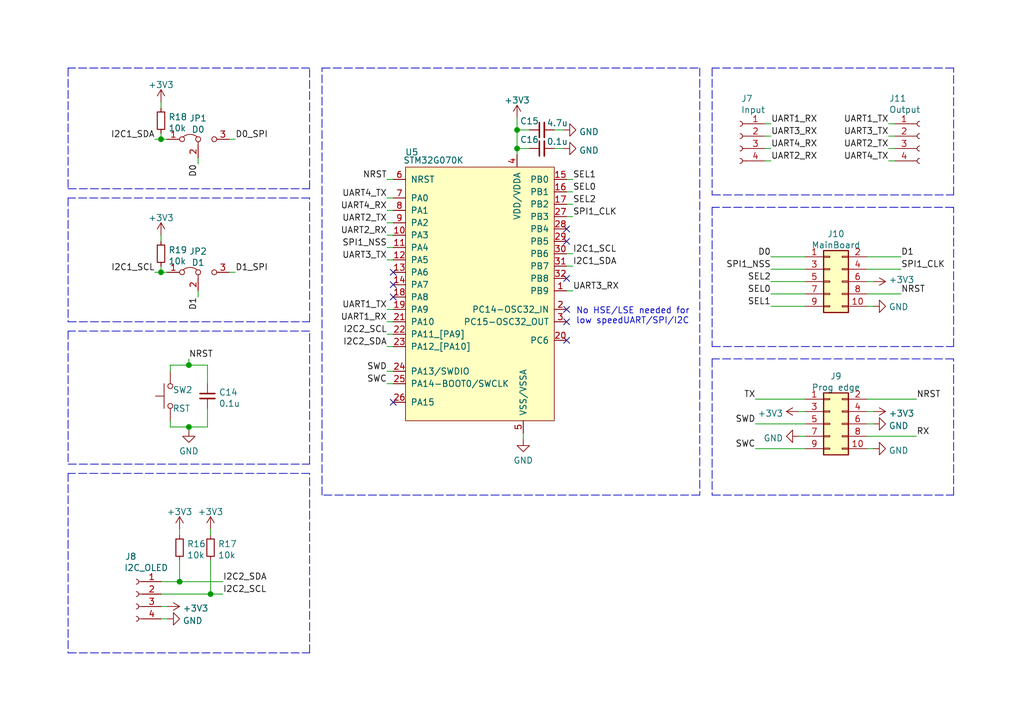
<source format=kicad_sch>
(kicad_sch (version 20210406) (generator eeschema)
  (paper "A5")
  (lib_symbols
    (symbol "Connector:Conn_01x04_Female" (pin_names (offset 1.016) hide)
      (property "Reference" "J" (at 0 5.08 0))
      (property "Value" "Conn_01x04_Female" (at 0 -7.62 0))
      (symbol "Conn_01x04_Female_1_1"
        (arc (start 0 -4.572) (end 0 -5.588) (radius (at 0 -5.08) (length 0.508) (angles 90.1 -90.1)) (stroke (width 0.1524)))
        (arc (start 0 -2.032) (end 0 -3.048) (radius (at 0 -2.54) (length 0.508) (angles 90.1 -90.1)) (stroke (width 0.1524)))
        (arc (start 0 0.508) (end 0 -0.508) (radius (at 0 0) (length 0.508) (angles 90.1 -90.1)) (stroke (width 0.1524)))
        (arc (start 0 3.048) (end 0 2.032) (radius (at 0 2.54) (length 0.508) (angles 90.1 -90.1)) (stroke (width 0.1524)))
        (polyline (pts (xy -1.27 -5.08) (xy -0.508 -5.08)) (stroke (width 0.1524)))
        (polyline (pts (xy -1.27 -2.54) (xy -0.508 -2.54)) (stroke (width 0.1524)))
        (polyline (pts (xy -1.27 0) (xy -0.508 0)) (stroke (width 0.1524)))
        (polyline (pts (xy -1.27 2.54) (xy -0.508 2.54)) (stroke (width 0.1524)))
        (pin passive line (at -5.08 2.54 0) (length 3.81) (name "Pin_1") (number "1"))
        (pin passive line (at -5.08 0 0) (length 3.81) (name "Pin_2") (number "2"))
        (pin passive line (at -5.08 -2.54 0) (length 3.81) (name "Pin_3") (number "3"))
        (pin passive line (at -5.08 -5.08 0) (length 3.81) (name "Pin_4") (number "4"))
      )
    )
    (symbol "Connector_Generic:Conn_02x05_Odd_Even" (pin_names (offset 1.016) hide)
      (property "Reference" "J" (at 1.27 7.62 0))
      (property "Value" "Conn_02x05_Odd_Even" (at 1.27 -7.62 0))
      (symbol "Conn_02x05_Odd_Even_1_1"
        (rectangle (start -1.27 -4.953) (end 0 -5.207) (stroke (width 0.1524)))
        (rectangle (start -1.27 -2.413) (end 0 -2.667) (stroke (width 0.1524)))
        (rectangle (start -1.27 0.127) (end 0 -0.127) (stroke (width 0.1524)))
        (rectangle (start -1.27 2.667) (end 0 2.413) (stroke (width 0.1524)))
        (rectangle (start -1.27 5.207) (end 0 4.953) (stroke (width 0.1524)))
        (rectangle (start 3.81 -4.953) (end 2.54 -5.207) (stroke (width 0.1524)))
        (rectangle (start 3.81 -2.413) (end 2.54 -2.667) (stroke (width 0.1524)))
        (rectangle (start 3.81 0.127) (end 2.54 -0.127) (stroke (width 0.1524)))
        (rectangle (start 3.81 2.667) (end 2.54 2.413) (stroke (width 0.1524)))
        (rectangle (start 3.81 5.207) (end 2.54 4.953) (stroke (width 0.1524)))
        (rectangle (start -1.27 6.35) (end 3.81 -6.35) (stroke (width 0.254)) (fill (type background)))
        (pin passive line (at -5.08 5.08 0) (length 3.81) (name "Pin_1") (number "1"))
        (pin passive line (at 7.62 -5.08 180) (length 3.81) (name "Pin_10") (number "10"))
        (pin passive line (at 7.62 5.08 180) (length 3.81) (name "Pin_2") (number "2"))
        (pin passive line (at -5.08 2.54 0) (length 3.81) (name "Pin_3") (number "3"))
        (pin passive line (at 7.62 2.54 180) (length 3.81) (name "Pin_4") (number "4"))
        (pin passive line (at -5.08 0 0) (length 3.81) (name "Pin_5") (number "5"))
        (pin passive line (at 7.62 0 180) (length 3.81) (name "Pin_6") (number "6"))
        (pin passive line (at -5.08 -2.54 0) (length 3.81) (name "Pin_7") (number "7"))
        (pin passive line (at 7.62 -2.54 180) (length 3.81) (name "Pin_8") (number "8"))
        (pin passive line (at -5.08 -5.08 0) (length 3.81) (name "Pin_9") (number "9"))
      )
    )
    (symbol "Device:C_Small" (pin_numbers hide) (pin_names (offset 0.254) hide)
      (property "Reference" "C" (at 0.254 1.778 0))
      (property "Value" "C_Small" (at 0.254 -2.032 0))
      (symbol "C_Small_0_1"
        (polyline (pts (xy -1.524 -0.508) (xy 1.524 -0.508)) (stroke (width 0.3302)))
        (polyline (pts (xy -1.524 0.508) (xy 1.524 0.508)) (stroke (width 0.3048)))
      )
      (symbol "C_Small_1_1"
        (pin passive line (at 0 2.54 270) (length 2.032) (name "~") (number "1"))
        (pin passive line (at 0 -2.54 90) (length 2.032) (name "~") (number "2"))
      )
    )
    (symbol "Device:R_Small" (pin_numbers hide) (pin_names (offset 0.254) hide)
      (property "Reference" "R" (at 0.762 0.508 0))
      (property "Value" "R_Small" (at 0.762 -1.016 0))
      (symbol "R_Small_0_1"
        (rectangle (start -0.762 1.778) (end 0.762 -1.778) (stroke (width 0.2032)))
      )
      (symbol "R_Small_1_1"
        (pin passive line (at 0 2.54 270) (length 0.762) (name "~") (number "1"))
        (pin passive line (at 0 -2.54 90) (length 0.762) (name "~") (number "2"))
      )
    )
    (symbol "Jumper:Jumper_3_Bridged12" (pin_names (offset 0) hide)
      (property "Reference" "JP" (at -2.54 -2.54 0))
      (property "Value" "Jumper_3_Bridged12" (at 0 2.794 0))
      (symbol "Jumper_3_Bridged12_0_0"
        (circle (center -3.302 0) (radius 0.508))
        (circle (center 0 0) (radius 0.508))
        (circle (center 3.302 0) (radius 0.508))
      )
      (symbol "Jumper_3_Bridged12_0_1"
        (arc (start -3.048 0.508) (end -0.254 0.508) (radius (at -1.651 -1.27) (length 2.2606) (angles 128.2 51.8)))
        (polyline (pts (xy 0 -1.27) (xy 0 -0.508)))
      )
      (symbol "Jumper_3_Bridged12_1_1"
        (pin passive line (at -6.35 0 0) (length 2.54) (name "A") (number "1"))
        (pin input line (at 0 -3.81 90) (length 2.54) (name "C") (number "2"))
        (pin passive line (at 6.35 0 180) (length 2.54) (name "B") (number "3"))
      )
    )
    (symbol "Switch:SW_Push" (pin_numbers hide) (pin_names (offset 1.016) hide)
      (property "Reference" "SW" (at 1.27 2.54 0))
      (property "Value" "SW_Push" (at 0 -1.524 0))
      (symbol "SW_Push_0_1"
        (circle (center -2.032 0) (radius 0.508))
        (circle (center 2.032 0) (radius 0.508))
        (polyline (pts (xy 0 1.27) (xy 0 3.048)))
        (polyline (pts (xy 2.54 1.27) (xy -2.54 1.27)))
        (pin passive line (at -5.08 0 0) (length 2.54) (name "1") (number "1"))
        (pin passive line (at 5.08 0 180) (length 2.54) (name "2") (number "2"))
      )
    )
    (symbol "power:+3.3V" (power) (pin_names (offset 0))
      (property "Value" "+3.3V" (at 0 3.556 0))
      (symbol "+3.3V_0_1"
        (polyline (pts (xy -0.762 1.27) (xy 0 2.54)))
        (polyline (pts (xy 0 0) (xy 0 2.54)))
        (polyline (pts (xy 0 2.54) (xy 0.762 1.27)))
      )
      (symbol "+3.3V_1_1"
        (pin power_in line (at 0 0 90) (length 0) hide (name "+3V3") (number "1"))
      )
    )
    (symbol "power:GND" (power) (pin_names (offset 0))
      (property "Value" "GND" (at 0 -3.81 0))
      (symbol "GND_0_1"
        (polyline (pts (xy 0 0) (xy 0 -1.27) (xy 1.27 -1.27) (xy 0 -2.54) (xy -1.27 -1.27) (xy 0 -1.27)))
      )
      (symbol "GND_1_1"
        (pin power_in line (at 0 0 270) (length 0) hide (name "GND") (number "1"))
      )
    )
    (symbol "stm32G0_basic-cache:stm32G0_basic_symlib_stm32G070KxTx" (pin_names (offset 1.016))
      (property "Reference" "U" (at 7.62 2.54 0))
      (property "Value" "stm32G0_basic_symlib_stm32G070KxTx" (at 16.51 -54.61 0))
      (symbol "stm32G0_basic_symlib_stm32G070KxTx_0_1"
        (rectangle (start 5.08 0) (end 35.56 -52.07) (fill (type background)))
      )
      (symbol "stm32G0_basic_symlib_stm32G070KxTx_1_1"
        (pin bidirectional line (at 38.1 -25.4 180) (length 2.54) (name "PB9") (number "1"))
        (pin bidirectional line (at 2.54 -13.97 0) (length 2.54) (name "PA3") (number "10"))
        (pin bidirectional line (at 2.54 -16.51 0) (length 2.54) (name "PA4") (number "11"))
        (pin bidirectional line (at 2.54 -19.05 0) (length 2.54) (name "PA5") (number "12"))
        (pin bidirectional line (at 2.54 -21.59 0) (length 2.54) (name "PA6") (number "13"))
        (pin bidirectional line (at 2.54 -24.13 0) (length 2.54) (name "PA7") (number "14"))
        (pin bidirectional line (at 38.1 -2.54 180) (length 2.54) (name "PB0") (number "15"))
        (pin bidirectional line (at 38.1 -5.08 180) (length 2.54) (name "PB1") (number "16"))
        (pin bidirectional line (at 38.1 -7.62 180) (length 2.54) (name "PB2") (number "17"))
        (pin bidirectional line (at 2.54 -26.67 0) (length 2.54) (name "PA8") (number "18"))
        (pin bidirectional line (at 2.54 -29.21 0) (length 2.54) (name "PA9") (number "19"))
        (pin input line (at 38.1 -29.21 180) (length 2.54) (name "PC14-OSC32_IN") (number "2"))
        (pin bidirectional line (at 38.1 -35.56 180) (length 2.54) (name "PC6") (number "20"))
        (pin bidirectional line (at 2.54 -31.75 0) (length 2.54) (name "PA10") (number "21"))
        (pin bidirectional line (at 2.54 -34.29 0) (length 2.54) (name "PA11_[PA9]") (number "22"))
        (pin bidirectional line (at 2.54 -36.83 0) (length 2.54) (name "PA12_[PA10]") (number "23"))
        (pin bidirectional line (at 2.54 -41.91 0) (length 2.54) (name "PA13/SWDIO") (number "24"))
        (pin bidirectional line (at 2.54 -44.45 0) (length 2.54) (name "PA14-BOOT0/SWCLK") (number "25"))
        (pin bidirectional line (at 2.54 -48.26 0) (length 2.54) (name "PA15") (number "26"))
        (pin bidirectional line (at 38.1 -10.16 180) (length 2.54) (name "PB3") (number "27"))
        (pin bidirectional line (at 38.1 -12.7 180) (length 2.54) (name "PB4") (number "28"))
        (pin bidirectional line (at 38.1 -15.24 180) (length 2.54) (name "PB5") (number "29"))
        (pin input line (at 38.1 -31.75 180) (length 2.54) (name "PC15-OSC32_OUT") (number "3"))
        (pin bidirectional line (at 38.1 -17.78 180) (length 2.54) (name "PB6") (number "30"))
        (pin bidirectional line (at 38.1 -20.32 180) (length 2.54) (name "PB7") (number "31"))
        (pin bidirectional line (at 38.1 -22.86 180) (length 2.54) (name "PB8") (number "32"))
        (pin power_in line (at 27.94 2.54 270) (length 2.54) (name "VDD/VDDA") (number "4"))
        (pin power_in line (at 29.21 -54.61 90) (length 2.54) (name "VSS/VSSA") (number "5"))
        (pin input line (at 2.54 -2.54 0) (length 2.54) (name "NRST") (number "6"))
        (pin bidirectional line (at 2.54 -6.35 0) (length 2.54) (name "PA0") (number "7"))
        (pin bidirectional line (at 2.54 -8.89 0) (length 2.54) (name "PA1") (number "8"))
        (pin bidirectional line (at 2.54 -11.43 0) (length 2.54) (name "PA2") (number "9"))
      )
    )
  )
  (junction (at 33.02 28.575) (diameter 1.016))
  (junction (at 33.02 55.88) (diameter 1.016))
  (junction (at 36.83 119.38) (diameter 1.016))
  (junction (at 38.735 74.93) (diameter 1.016))
  (junction (at 38.735 87.63) (diameter 1.016))
  (junction (at 43.18 121.92) (diameter 1.016))
  (junction (at 106.045 26.67) (diameter 1.016))
  (junction (at 106.045 30.48) (diameter 1.016))
  (no_connect (at 80.645 55.88))
  (no_connect (at 80.645 58.42))
  (no_connect (at 80.645 60.96))
  (no_connect (at 80.645 82.55))
  (no_connect (at 116.205 46.99))
  (no_connect (at 116.205 49.53))
  (no_connect (at 116.205 57.15))
  (no_connect (at 116.205 63.5))
  (no_connect (at 116.205 66.04))
  (no_connect (at 116.205 69.85))
  (wire (pts (xy 31.75 28.575) (xy 33.02 28.575)))
  (wire (pts (xy 31.75 55.88) (xy 33.02 55.88)))
  (wire (pts (xy 33.02 20.955) (xy 33.02 22.225)))
  (wire (pts (xy 33.02 27.305) (xy 33.02 28.575)))
  (wire (pts (xy 33.02 28.575) (xy 34.29 28.575)))
  (wire (pts (xy 33.02 48.26) (xy 33.02 49.53)))
  (wire (pts (xy 33.02 54.61) (xy 33.02 55.88)))
  (wire (pts (xy 33.02 55.88) (xy 34.29 55.88)))
  (wire (pts (xy 33.02 119.38) (xy 36.83 119.38)))
  (wire (pts (xy 33.02 121.92) (xy 43.18 121.92)))
  (wire (pts (xy 33.02 124.46) (xy 34.29 124.46)))
  (wire (pts (xy 33.02 127) (xy 34.29 127)))
  (wire (pts (xy 34.925 74.93) (xy 38.735 74.93)))
  (wire (pts (xy 34.925 76.2) (xy 34.925 74.93)))
  (wire (pts (xy 34.925 87.63) (xy 34.925 86.36)))
  (wire (pts (xy 36.83 108.585) (xy 36.83 109.855)))
  (wire (pts (xy 36.83 114.935) (xy 36.83 119.38)))
  (wire (pts (xy 36.83 119.38) (xy 45.72 119.38)))
  (wire (pts (xy 38.735 73.66) (xy 38.735 74.93)))
  (wire (pts (xy 38.735 74.93) (xy 42.545 74.93)))
  (wire (pts (xy 38.735 87.63) (xy 34.925 87.63)))
  (wire (pts (xy 38.735 88.265) (xy 38.735 87.63)))
  (wire (pts (xy 40.64 32.385) (xy 40.64 33.655)))
  (wire (pts (xy 40.64 59.69) (xy 40.64 60.96)))
  (wire (pts (xy 42.545 74.93) (xy 42.545 78.74)))
  (wire (pts (xy 42.545 83.82) (xy 42.545 87.63)))
  (wire (pts (xy 42.545 87.63) (xy 38.735 87.63)))
  (wire (pts (xy 43.18 108.585) (xy 43.18 109.855)))
  (wire (pts (xy 43.18 114.935) (xy 43.18 121.92)))
  (wire (pts (xy 43.18 121.92) (xy 45.72 121.92)))
  (wire (pts (xy 46.99 28.575) (xy 48.26 28.575)))
  (wire (pts (xy 46.99 55.88) (xy 48.26 55.88)))
  (wire (pts (xy 79.375 36.83) (xy 80.645 36.83)))
  (wire (pts (xy 79.375 40.64) (xy 80.645 40.64)))
  (wire (pts (xy 79.375 43.18) (xy 80.645 43.18)))
  (wire (pts (xy 79.375 45.72) (xy 80.645 45.72)))
  (wire (pts (xy 79.375 48.26) (xy 80.645 48.26)))
  (wire (pts (xy 79.375 50.8) (xy 80.645 50.8)))
  (wire (pts (xy 79.375 53.34) (xy 80.645 53.34)))
  (wire (pts (xy 79.375 63.5) (xy 80.645 63.5)))
  (wire (pts (xy 79.375 66.04) (xy 80.645 66.04)))
  (wire (pts (xy 79.375 68.58) (xy 80.645 68.58)))
  (wire (pts (xy 79.375 71.12) (xy 80.645 71.12)))
  (wire (pts (xy 79.375 76.2) (xy 80.645 76.2)))
  (wire (pts (xy 79.375 78.74) (xy 80.645 78.74)))
  (wire (pts (xy 106.045 24.13) (xy 106.045 26.67)))
  (wire (pts (xy 106.045 26.67) (xy 106.045 30.48)))
  (wire (pts (xy 106.045 26.67) (xy 108.585 26.67)))
  (wire (pts (xy 106.045 30.48) (xy 106.045 31.75)))
  (wire (pts (xy 106.045 30.48) (xy 108.585 30.48)))
  (wire (pts (xy 107.315 88.9) (xy 107.315 90.17)))
  (wire (pts (xy 113.665 26.67) (xy 115.57 26.67)))
  (wire (pts (xy 113.665 30.48) (xy 115.57 30.48)))
  (wire (pts (xy 116.205 36.83) (xy 117.475 36.83)))
  (wire (pts (xy 116.205 39.37) (xy 117.475 39.37)))
  (wire (pts (xy 116.205 41.91) (xy 117.475 41.91)))
  (wire (pts (xy 116.205 44.45) (xy 117.475 44.45)))
  (wire (pts (xy 116.205 52.07) (xy 117.475 52.07)))
  (wire (pts (xy 116.205 54.61) (xy 117.475 54.61)))
  (wire (pts (xy 116.205 59.69) (xy 117.475 59.69)))
  (wire (pts (xy 154.94 81.915) (xy 165.1 81.915)))
  (wire (pts (xy 154.94 86.995) (xy 165.1 86.995)))
  (wire (pts (xy 154.94 92.075) (xy 165.1 92.075)))
  (wire (pts (xy 156.845 25.4) (xy 158.115 25.4)))
  (wire (pts (xy 156.845 27.94) (xy 158.115 27.94)))
  (wire (pts (xy 156.845 30.48) (xy 158.115 30.48)))
  (wire (pts (xy 156.845 33.02) (xy 158.115 33.02)))
  (wire (pts (xy 158.115 55.245) (xy 165.1 55.245)))
  (wire (pts (xy 163.83 84.455) (xy 165.1 84.455)))
  (wire (pts (xy 163.83 89.535) (xy 165.1 89.535)))
  (wire (pts (xy 165.1 52.705) (xy 158.115 52.705)))
  (wire (pts (xy 165.1 57.785) (xy 158.115 57.785)))
  (wire (pts (xy 165.1 60.325) (xy 158.115 60.325)))
  (wire (pts (xy 165.1 62.865) (xy 158.115 62.865)))
  (wire (pts (xy 177.8 57.785) (xy 179.07 57.785)))
  (wire (pts (xy 177.8 81.915) (xy 187.96 81.915)))
  (wire (pts (xy 177.8 84.455) (xy 179.07 84.455)))
  (wire (pts (xy 177.8 86.995) (xy 179.07 86.995)))
  (wire (pts (xy 177.8 89.535) (xy 187.96 89.535)))
  (wire (pts (xy 177.8 92.075) (xy 179.07 92.075)))
  (wire (pts (xy 179.07 62.865) (xy 177.8 62.865)))
  (wire (pts (xy 182.245 25.4) (xy 183.515 25.4)))
  (wire (pts (xy 182.245 27.94) (xy 183.515 27.94)))
  (wire (pts (xy 182.245 30.48) (xy 183.515 30.48)))
  (wire (pts (xy 182.245 33.02) (xy 183.515 33.02)))
  (wire (pts (xy 184.785 52.705) (xy 177.8 52.705)))
  (wire (pts (xy 184.785 55.245) (xy 177.8 55.245)))
  (wire (pts (xy 184.785 60.325) (xy 177.8 60.325)))
  (polyline (pts (xy 13.97 13.97) (xy 13.97 38.735)) (stroke (width 0) (type dash)))
  (polyline (pts (xy 13.97 38.735) (xy 63.5 38.735)) (stroke (width 0) (type dash)))
  (polyline (pts (xy 13.97 40.64) (xy 13.97 66.04)) (stroke (width 0) (type dash)))
  (polyline (pts (xy 13.97 66.04) (xy 63.5 66.04)) (stroke (width 0) (type dash)))
  (polyline (pts (xy 13.97 67.945) (xy 13.97 95.25)) (stroke (width 0) (type dash)))
  (polyline (pts (xy 13.97 95.25) (xy 63.5 95.25)) (stroke (width 0) (type dash)))
  (polyline (pts (xy 13.97 97.155) (xy 13.97 133.985)) (stroke (width 0) (type dash)))
  (polyline (pts (xy 13.97 133.985) (xy 63.5 133.985)) (stroke (width 0) (type dash)))
  (polyline (pts (xy 63.5 13.97) (xy 13.97 13.97)) (stroke (width 0) (type dash)))
  (polyline (pts (xy 63.5 38.735) (xy 63.5 13.97)) (stroke (width 0) (type dash)))
  (polyline (pts (xy 63.5 40.64) (xy 13.97 40.64)) (stroke (width 0) (type dash)))
  (polyline (pts (xy 63.5 66.04) (xy 63.5 40.64)) (stroke (width 0) (type dash)))
  (polyline (pts (xy 63.5 67.945) (xy 13.97 67.945)) (stroke (width 0) (type dash)))
  (polyline (pts (xy 63.5 95.25) (xy 63.5 67.945)) (stroke (width 0) (type dash)))
  (polyline (pts (xy 63.5 97.155) (xy 13.97 97.155)) (stroke (width 0) (type dash)))
  (polyline (pts (xy 63.5 133.985) (xy 63.5 97.155)) (stroke (width 0) (type dash)))
  (polyline (pts (xy 66.04 13.97) (xy 143.51 13.97)) (stroke (width 0) (type dash)))
  (polyline (pts (xy 66.04 101.6) (xy 66.04 13.97)) (stroke (width 0) (type dash)))
  (polyline (pts (xy 143.51 13.97) (xy 143.51 101.6)) (stroke (width 0) (type dash)))
  (polyline (pts (xy 143.51 101.6) (xy 66.04 101.6)) (stroke (width 0) (type dash)))
  (polyline (pts (xy 146.05 13.97) (xy 146.05 40.005)) (stroke (width 0) (type dash)))
  (polyline (pts (xy 146.05 40.005) (xy 195.58 40.005)) (stroke (width 0) (type dash)))
  (polyline (pts (xy 146.05 42.545) (xy 146.05 71.12)) (stroke (width 0) (type dash)))
  (polyline (pts (xy 146.05 71.12) (xy 195.58 71.12)) (stroke (width 0) (type dash)))
  (polyline (pts (xy 146.05 73.66) (xy 146.05 101.6)) (stroke (width 0) (type dash)))
  (polyline (pts (xy 146.05 101.6) (xy 195.58 101.6)) (stroke (width 0) (type dash)))
  (polyline (pts (xy 195.58 13.97) (xy 146.05 13.97)) (stroke (width 0) (type dash)))
  (polyline (pts (xy 195.58 40.005) (xy 195.58 13.97)) (stroke (width 0) (type dash)))
  (polyline (pts (xy 195.58 42.545) (xy 146.05 42.545)) (stroke (width 0) (type dash)))
  (polyline (pts (xy 195.58 71.12) (xy 195.58 42.545)) (stroke (width 0) (type dash)))
  (polyline (pts (xy 195.58 73.66) (xy 146.05 73.66)) (stroke (width 0) (type dash)))
  (polyline (pts (xy 195.58 101.6) (xy 195.58 73.66)) (stroke (width 0) (type dash)))
  (text "No HSE/LSE needed for \nlow speedUART/SPI/I2C" (at 118.11 66.675 0) (effects (font (size 1.27 1.27)) (justify left bottom)))
  (label "I2C1_SDA" (at 31.75 28.575 180))
  (label "I2C1_SCL" (at 31.75 55.88 180))
  (label "NRST" (at 38.735 73.66 0))
  (label "D0" (at 40.64 33.655 270))
  (label "D1" (at 40.64 60.96 270))
  (label "I2C2_SDA" (at 45.72 119.38 0))
  (label "I2C2_SCL" (at 45.72 121.92 0))
  (label "D0_SPI" (at 48.26 28.575 0))
  (label "D1_SPI" (at 48.26 55.88 0))
  (label "NRST" (at 79.375 36.83 180))
  (label "UART4_TX" (at 79.375 40.64 180))
  (label "UART4_RX" (at 79.375 43.18 180))
  (label "UART2_TX" (at 79.375 45.72 180))
  (label "UART2_RX" (at 79.375 48.26 180))
  (label "SPI1_NSS" (at 79.375 50.8 180))
  (label "UART3_TX" (at 79.375 53.34 180))
  (label "UART1_TX" (at 79.375 63.5 180))
  (label "UART1_RX" (at 79.375 66.04 180))
  (label "I2C2_SCL" (at 79.375 68.58 180))
  (label "I2C2_SDA" (at 79.375 71.12 180))
  (label "SWD" (at 79.375 76.2 180))
  (label "SWC" (at 79.375 78.74 180))
  (label "SEL1" (at 117.475 36.83 0))
  (label "SEL0" (at 117.475 39.37 0))
  (label "SEL2" (at 117.475 41.91 0))
  (label "SPI1_CLK" (at 117.475 44.45 0))
  (label "I2C1_SCL" (at 117.475 52.07 0))
  (label "I2C1_SDA" (at 117.475 54.61 0))
  (label "UART3_RX" (at 117.475 59.69 0))
  (label "TX" (at 154.94 81.915 180))
  (label "SWD" (at 154.94 86.995 180))
  (label "SWC" (at 154.94 92.075 180))
  (label "UART1_RX" (at 158.115 25.4 0))
  (label "UART3_RX" (at 158.115 27.94 0))
  (label "UART4_RX" (at 158.115 30.48 0))
  (label "UART2_RX" (at 158.115 33.02 0))
  (label "D0" (at 158.115 52.705 180))
  (label "SPI1_NSS" (at 158.115 55.245 180))
  (label "SEL2" (at 158.115 57.785 180))
  (label "SEL0" (at 158.115 60.325 180))
  (label "SEL1" (at 158.115 62.865 180))
  (label "UART1_TX" (at 182.245 25.4 180))
  (label "UART3_TX" (at 182.245 27.94 180))
  (label "UART2_TX" (at 182.245 30.48 180))
  (label "UART4_TX" (at 182.245 33.02 180))
  (label "D1" (at 184.785 52.705 0))
  (label "SPI1_CLK" (at 184.785 55.245 0))
  (label "NRST" (at 184.785 60.325 0))
  (label "NRST" (at 187.96 81.915 0))
  (label "RX" (at 187.96 89.535 0))
  (symbol (lib_id "power:+3.3V") (at 33.02 20.955 0) (unit 1)
    (property "Reference" "#PWR0157" (effects hide))
    (property "Value" "+3.3V" (at 33.02 17.4076 0))
  )
  (symbol (lib_id "power:+3.3V") (at 33.02 48.26 0) (unit 1)
    (property "Reference" "#PWR0156" (effects hide))
    (property "Value" "+3.3V" (at 33.02 44.7126 0))
  )
  (symbol (lib_id "power:+3.3V") (at 34.29 124.46 270) (unit 1)
    (property "Reference" "#PWR0144" (effects hide))
    (property "Value" "+3.3V" (at 37.4651 124.8485 90) (effects (justify left)))
  )
  (symbol (lib_id "power:+3.3V") (at 36.83 108.585 0) (unit 1)
    (property "Reference" "#PWR0145" (effects hide))
    (property "Value" "+3.3V" (at 36.83 105.0376 0))
  )
  (symbol (lib_id "power:+3.3V") (at 43.18 108.585 0) (unit 1)
    (property "Reference" "#PWR0146" (effects hide))
    (property "Value" "+3.3V" (at 43.18 105.0376 0))
  )
  (symbol (lib_id "power:+3.3V") (at 106.045 24.13 0) (unit 1)
    (property "Reference" "#PWR0153" (effects hide))
    (property "Value" "+3.3V" (at 106.045 20.5826 0))
  )
  (symbol (lib_id "power:+3.3V") (at 163.83 84.455 90) (unit 1)
    (property "Reference" "#PWR0149" (effects hide))
    (property "Value" "+3.3V" (at 160.6549 84.8435 90) (effects (justify left)))
  )
  (symbol (lib_id "power:+3.3V") (at 179.07 57.785 270) (mirror x) (unit 1)
    (property "Reference" "#PWR0154" (effects hide))
    (property "Value" "+3.3V" (at 182.2451 57.4167 90) (effects (justify left)))
  )
  (symbol (lib_id "power:+3.3V") (at 179.07 84.455 270) (unit 1)
    (property "Reference" "#PWR0147" (effects hide))
    (property "Value" "+3.3V" (at 182.2451 84.8435 90) (effects (justify left)))
  )
  (symbol (lib_id "power:GND") (at 34.29 127 90) (unit 1)
    (property "Reference" "#PWR0143" (effects hide))
    (property "Value" "GND" (at 37.4651 127.3885 90) (effects (justify right)))
  )
  (symbol (lib_id "power:GND") (at 38.735 88.265 0) (unit 1)
    (property "Reference" "#PWR0142" (effects hide))
    (property "Value" "GND" (at 38.735 92.5894 0))
  )
  (symbol (lib_id "power:GND") (at 107.315 90.17 0) (unit 1)
    (property "Reference" "#PWR0140" (effects hide))
    (property "Value" "GND" (at 107.315 94.4944 0))
  )
  (symbol (lib_id "power:GND") (at 115.57 26.67 90) (unit 1)
    (property "Reference" "#PWR0141" (effects hide))
    (property "Value" "GND" (at 118.7451 27.0585 90) (effects (justify right)))
  )
  (symbol (lib_id "power:GND") (at 115.57 30.48 90) (unit 1)
    (property "Reference" "#PWR0152" (effects hide))
    (property "Value" "GND" (at 118.7451 30.8685 90) (effects (justify right)))
  )
  (symbol (lib_id "power:GND") (at 163.83 89.535 270) (unit 1)
    (property "Reference" "#PWR0151" (effects hide))
    (property "Value" "GND" (at 160.655 89.9235 90) (effects (justify right)))
  )
  (symbol (lib_id "power:GND") (at 179.07 62.865 90) (mirror x) (unit 1)
    (property "Reference" "#PWR0155" (effects hide))
    (property "Value" "GND" (at 182.245 62.9793 90) (effects (justify right)))
  )
  (symbol (lib_id "power:GND") (at 179.07 86.995 90) (unit 1)
    (property "Reference" "#PWR0150" (effects hide))
    (property "Value" "GND" (at 182.2451 87.3835 90) (effects (justify right)))
  )
  (symbol (lib_id "power:GND") (at 179.07 92.075 90) (unit 1)
    (property "Reference" "#PWR0148" (effects hide))
    (property "Value" "GND" (at 182.2451 92.4635 90) (effects (justify right)))
  )
  (symbol (lib_id "Device:R_Small") (at 33.02 24.765 0) (unit 1)
    (property "Reference" "R18" (at 34.5187 24.0041 0) (effects (justify left)))
    (property "Value" "10k" (at 34.5187 26.3028 0) (effects (justify left)))
    (property "Footprint" "Resistor_SMD:R_0603_1608Metric" (effects hide))
  )
  (symbol (lib_id "Device:R_Small") (at 33.02 52.07 0) (unit 1)
    (property "Reference" "R19" (at 34.5187 51.3091 0) (effects (justify left)))
    (property "Value" "10k" (at 34.5187 53.6078 0) (effects (justify left)))
    (property "Footprint" "Resistor_SMD:R_0603_1608Metric" (effects hide))
  )
  (symbol (lib_id "Device:R_Small") (at 36.83 112.395 0) (unit 1)
    (property "Reference" "R16" (at 38.3287 111.6341 0) (effects (justify left)))
    (property "Value" "10k" (at 38.3287 113.9328 0) (effects (justify left)))
    (property "Footprint" "Resistor_SMD:R_0603_1608Metric" (effects hide))
  )
  (symbol (lib_id "Device:R_Small") (at 43.18 112.395 0) (unit 1)
    (property "Reference" "R17" (at 44.6787 111.6341 0) (effects (justify left)))
    (property "Value" "10k" (at 44.6787 113.9328 0) (effects (justify left)))
    (property "Footprint" "Resistor_SMD:R_0603_1608Metric" (effects hide))
  )
  (symbol (lib_id "Device:C_Small") (at 42.545 81.28 0) (unit 1)
    (property "Reference" "C14" (at 44.8692 80.5191 0) (effects (justify left)))
    (property "Value" "0.1u" (at 44.8692 82.8178 0) (effects (justify left)))
    (property "Footprint" "Capacitor_SMD:C_0603_1608Metric" (effects hide))
    (property "LCSC Part" "C14663" (effects hide))
  )
  (symbol (lib_id "Device:C_Small") (at 111.125 26.67 90) (unit 1)
    (property "Reference" "C15" (at 108.585 24.8497 90))
    (property "Value" "4.7u" (at 114.3 25.2434 90))
    (property "Footprint" "Capacitor_SMD:C_0603_1608Metric" (effects hide))
    (property "LCSC Part" "C19666" (effects hide))
  )
  (symbol (lib_id "Device:C_Small") (at 111.125 30.48 90) (unit 1)
    (property "Reference" "C16" (at 108.585 28.6597 90))
    (property "Value" "0.1u" (at 114.3 29.0534 90))
    (property "Footprint" "Capacitor_SMD:C_0603_1608Metric" (effects hide))
    (property "LCSC Part" "C14663" (effects hide))
  )
  (symbol (lib_id "Switch:SW_Push") (at 34.925 81.28 90) (unit 1)
    (property "Reference" "SW2" (at 37.4608 80.01 90))
    (property "Value" "RST" (at 37.2195 83.82 90))
    (property "Footprint" "Button_Switch_SMD:SW_Push_SPST_NO_Alps_SKRK" (effects hide))
    (property "LCSC Part" "C115357" (effects hide))
  )
  (symbol (lib_id "Connector:Conn_01x04_Female") (at 27.94 121.92 0) (mirror y) (unit 1)
    (property "Reference" "J8" (at 26.8224 114.2196 0))
    (property "Value" "I2C_OLED" (at 29.9974 116.5183 0))
    (property "Footprint" "Connector_PinHeader_2.54mm:PinHeader_1x04_P2.54mm_Vertical" (effects hide))
  )
  (symbol (lib_id "Connector:Conn_01x04_Female") (at 151.765 27.94 0) (mirror y) (unit 1)
    (property "Reference" "J7" (at 153.1874 20.2396 0))
    (property "Value" "Input" (at 154.4574 22.5383 0))
    (property "Footprint" "Connector_PinHeader_2.54mm:PinHeader_1x04_P2.54mm_Vertical" (effects hide))
  )
  (symbol (lib_id "Connector:Conn_01x04_Female") (at 188.595 27.94 0) (unit 1)
    (property "Reference" "J11" (at 182.3213 20.1941 0) (effects (justify left)))
    (property "Value" "Output" (at 182.3213 22.4928 0) (effects (justify left)))
    (property "Footprint" "Connector_PinHeader_2.54mm:PinHeader_1x04_P2.54mm_Vertical" (effects hide))
  )
  (symbol (lib_id "Jumper:Jumper_3_Bridged12") (at 40.64 28.575 0) (unit 1)
    (property "Reference" "JP1" (at 40.64 24.2782 0))
    (property "Value" "D0" (at 40.64 26.5769 0))
    (property "Footprint" "Jumper:SolderJumper-3_P1.3mm_Bridged12_Pad1.0x1.5mm" (effects hide))
  )
  (symbol (lib_id "Jumper:Jumper_3_Bridged12") (at 40.64 55.88 0) (unit 1)
    (property "Reference" "JP2" (at 40.64 51.5832 0))
    (property "Value" "D1" (at 40.64 53.8819 0))
    (property "Footprint" "Jumper:SolderJumper-3_P1.3mm_Bridged12_Pad1.0x1.5mm" (effects hide))
  )
  (symbol (lib_id "Connector_Generic:Conn_02x05_Odd_Even") (at 170.18 57.785 0) (unit 1)
    (property "Reference" "J10" (at 171.45 48.0018 0))
    (property "Value" "MainBoard" (at 171.45 50.3005 0))
    (property "Footprint" "Connector_PinSocket_2.54mm:PinSocket_2x05_P2.54mm_Vertical_SMD" (effects hide))
  )
  (symbol (lib_id "Connector_Generic:Conn_02x05_Odd_Even") (at 170.18 86.995 0) (unit 1)
    (property "Reference" "J9" (at 171.45 77.2118 0))
    (property "Value" "Prog edge" (at 171.45 79.5105 0))
    (property "Footprint" "Connector_PCBEdge:Samtec_MECF-05-0_-NP-L-DV_2x05_P1.27mm_Edge" (effects hide))
  )
  (symbol (lib_id "stm32G0_basic-cache:stm32G0_basic_symlib_stm32G070KxTx") (at 78.105 34.29 0) (unit 1)
    (property "Reference" "U5" (at 84.455 31.2378 0))
    (property "Value" "STM32G070K" (at 88.9 32.9015 0))
    (property "Footprint" "Package_QFP:LQFP-32_7x7mm_P0.8mm" (effects hide))
  )
)
</source>
